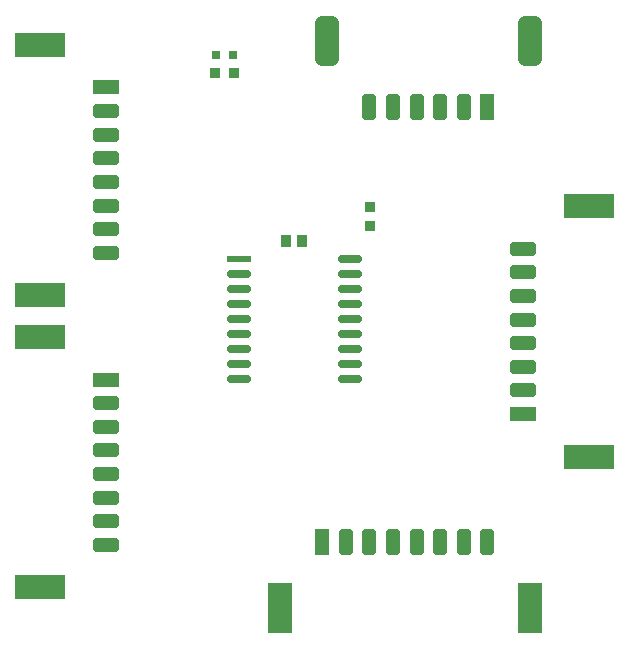
<source format=gtp>
G04*
G04 #@! TF.GenerationSoftware,Altium Limited,Altium Designer,18.1.7 (191)*
G04*
G04 Layer_Color=8421504*
%FSLAX25Y25*%
%MOIN*%
G70*
G01*
G75*
%ADD14R,0.03150X0.03150*%
%ADD15R,0.03347X0.03347*%
%ADD16R,0.03347X0.03347*%
G04:AMPARAMS|DCode=17|XSize=23.62mil|YSize=78.74mil|CornerRadius=5.91mil|HoleSize=0mil|Usage=FLASHONLY|Rotation=270.000|XOffset=0mil|YOffset=0mil|HoleType=Round|Shape=RoundedRectangle|*
%AMROUNDEDRECTD17*
21,1,0.02362,0.06693,0,0,270.0*
21,1,0.01181,0.07874,0,0,270.0*
1,1,0.01181,-0.03347,-0.00591*
1,1,0.01181,-0.03347,0.00591*
1,1,0.01181,0.03347,0.00591*
1,1,0.01181,0.03347,-0.00591*
%
%ADD17ROUNDEDRECTD17*%
%ADD18R,0.07874X0.02362*%
%ADD19R,0.03543X0.03937*%
%ADD20R,0.16535X0.07874*%
%ADD21R,0.08661X0.04724*%
G04:AMPARAMS|DCode=22|XSize=47.24mil|YSize=86.61mil|CornerRadius=11.81mil|HoleSize=0mil|Usage=FLASHONLY|Rotation=90.000|XOffset=0mil|YOffset=0mil|HoleType=Round|Shape=RoundedRectangle|*
%AMROUNDEDRECTD22*
21,1,0.04724,0.06299,0,0,90.0*
21,1,0.02362,0.08661,0,0,90.0*
1,1,0.02362,0.03150,0.01181*
1,1,0.02362,0.03150,-0.01181*
1,1,0.02362,-0.03150,-0.01181*
1,1,0.02362,-0.03150,0.01181*
%
%ADD22ROUNDEDRECTD22*%
%ADD23R,0.07874X0.16535*%
%ADD24R,0.04724X0.08661*%
G04:AMPARAMS|DCode=25|XSize=47.24mil|YSize=86.61mil|CornerRadius=11.81mil|HoleSize=0mil|Usage=FLASHONLY|Rotation=0.000|XOffset=0mil|YOffset=0mil|HoleType=Round|Shape=RoundedRectangle|*
%AMROUNDEDRECTD25*
21,1,0.04724,0.06299,0,0,0.0*
21,1,0.02362,0.08661,0,0,0.0*
1,1,0.02362,0.01181,-0.03150*
1,1,0.02362,-0.01181,-0.03150*
1,1,0.02362,-0.01181,0.03150*
1,1,0.02362,0.01181,0.03150*
%
%ADD25ROUNDEDRECTD25*%
G04:AMPARAMS|DCode=26|XSize=78.74mil|YSize=165.35mil|CornerRadius=19.68mil|HoleSize=0mil|Usage=FLASHONLY|Rotation=180.000|XOffset=0mil|YOffset=0mil|HoleType=Round|Shape=RoundedRectangle|*
%AMROUNDEDRECTD26*
21,1,0.07874,0.12598,0,0,180.0*
21,1,0.03937,0.16535,0,0,180.0*
1,1,0.03937,-0.01968,0.06299*
1,1,0.03937,0.01968,0.06299*
1,1,0.03937,0.01968,-0.06299*
1,1,0.03937,-0.01968,-0.06299*
%
%ADD26ROUNDEDRECTD26*%
D14*
X94000Y208000D02*
D03*
X88095D02*
D03*
D15*
X88000Y202000D02*
D03*
X94102D02*
D03*
D16*
X139462Y157051D02*
D03*
Y150949D02*
D03*
D17*
X95992Y105000D02*
D03*
Y110000D02*
D03*
Y115000D02*
D03*
Y120000D02*
D03*
Y125000D02*
D03*
Y130000D02*
D03*
Y135000D02*
D03*
X133000Y140000D02*
D03*
Y135000D02*
D03*
Y130000D02*
D03*
Y125000D02*
D03*
Y120000D02*
D03*
Y115000D02*
D03*
Y110000D02*
D03*
Y105000D02*
D03*
X95992Y100000D02*
D03*
X133000D02*
D03*
D18*
X95992Y140000D02*
D03*
D19*
X111685Y146000D02*
D03*
X117000D02*
D03*
D20*
X212598Y74016D02*
D03*
Y157480D02*
D03*
X29508Y211220D02*
D03*
Y127756D02*
D03*
Y113878D02*
D03*
Y30413D02*
D03*
D21*
X190630Y88189D02*
D03*
X51476Y197047D02*
D03*
Y99705D02*
D03*
D22*
X190630Y96063D02*
D03*
Y103937D02*
D03*
Y111811D02*
D03*
Y119685D02*
D03*
Y127559D02*
D03*
Y135433D02*
D03*
Y143307D02*
D03*
X51476Y189173D02*
D03*
Y181299D02*
D03*
Y173425D02*
D03*
Y165551D02*
D03*
Y157677D02*
D03*
Y149803D02*
D03*
Y141929D02*
D03*
Y91831D02*
D03*
Y83957D02*
D03*
Y76083D02*
D03*
Y68209D02*
D03*
Y60335D02*
D03*
Y52461D02*
D03*
Y44587D02*
D03*
D23*
X109449Y23622D02*
D03*
X192913D02*
D03*
D24*
X123622Y45591D02*
D03*
X178740Y190630D02*
D03*
D25*
X131496Y45591D02*
D03*
X139370D02*
D03*
X147244D02*
D03*
X155118D02*
D03*
X162992D02*
D03*
X170866D02*
D03*
X178740D02*
D03*
X139370Y190630D02*
D03*
X147244D02*
D03*
X155118D02*
D03*
X162992D02*
D03*
X170866D02*
D03*
D26*
X125197Y212598D02*
D03*
X192913D02*
D03*
M02*

</source>
